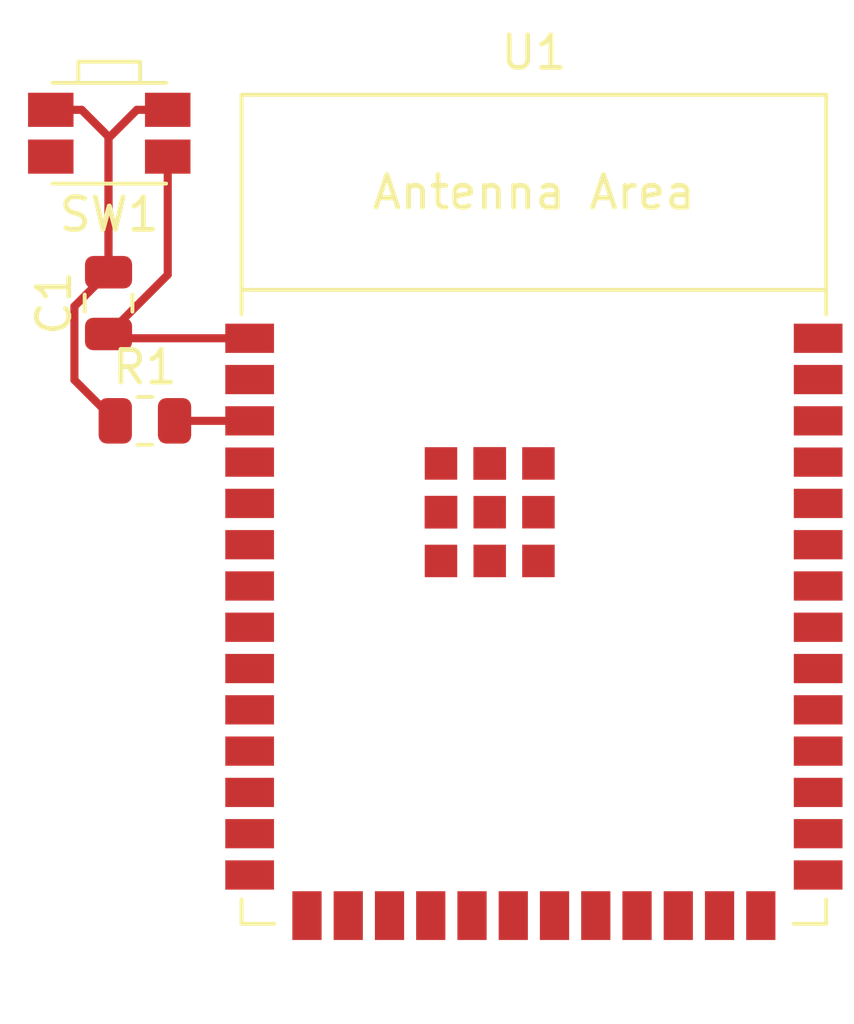
<source format=kicad_pcb>
(kicad_pcb (version 20221018) (generator pcbnew)
  (layers (0 "F.Cu" signal) (31 "B.Cu" signal) (34 "B.Paste" user) (35 "F.Paste" user) (36 "B.SilkS" user "B.Silkscreen") (37 "F.SilkS" user "F.Silkscreen") (38 "B.Mask" user) (39 "F.Mask" user) (44 "Edge.Cuts" user))
  (net 0 "")
  (net 1 "GND")
  (net 2 "Net-(C1-Pad2)")
  (net 3 "EN")
  (net 4 "3v3")
  (footprint "Capacitor_SMD:C_0805_2012Metric" (layer "F.Cu") (at 113.538 70.292 90)
    (fp_text reference "C1" (at 0 -1.68 90) (layer "F.SilkS"))
    (fp_text value "C")
    (fp_line (start -0.261252 -0.735) (end 0.261252 -0.735) (stroke (width 0.12)) (layer "F.SilkS"))
    (fp_line (start -0.261252 0.735) (end 0.261252 0.735) (stroke (width 0.12)) (layer "F.SilkS"))
    (pad "1" smd roundrect (at -0.95 0 90) (size 1 1.45) (layers "F.Cu" "F.Paste" "F.Mask") (net 1 "GND"))
    (pad "2" smd roundrect (at 0.95 0 90) (size 1 1.45) (layers "F.Cu" "F.Paste" "F.Mask") (net 2 "Net-(C1-Pad2)"))
  )
  (footprint "Resistor_SMD:R_0805_2012Metric" (layer "F.Cu") (at 114.6575 73.914)
    (fp_text reference "R1" (at 0 -1.65) (layer "F.SilkS"))
    (fp_text value "R")
    (fp_line (start -0.227064 -0.735) (end 0.227064 -0.735) (stroke (width 0.12)) (layer "F.SilkS"))
    (fp_line (start -0.227064 0.735) (end 0.227064 0.735) (stroke (width 0.12)) (layer "F.SilkS"))
    (pad "1" smd roundrect (at -0.9125 0) (size 1.025 1.4) (layers "F.Cu" "F.Paste" "F.Mask") (roundrect_rratio 0.243902) (net 2 "Net-(C1-Pad2)"))
    (pad "2" smd roundrect (at 0.9125 0) (size 1.025 1.4) (layers "F.Cu" "F.Paste" "F.Mask") (roundrect_rratio 0.243902) (net 3 "EN"))
  )
  (footprint "Button_Switch_SMD:SW_SPST_EVQP7A" (layer "F.Cu") (at 113.56 65.066 180)
    (fp_text reference "SW1" (at 0 -2.5) (layer "F.SilkS"))
    (fp_text value "SW_Push")
    (fp_line (start -1.75 -1.55) (end 1.75 -1.55) (stroke (width 0.12)) (layer "F.SilkS"))
    (fp_line (start -0.95 2.2) (end -0.95 1.55) (stroke (width 0.12)) (layer "F.SilkS"))
    (fp_line (start 0.95 1.55) (end 0.95 2.2) (stroke (width 0.12)) (layer "F.SilkS"))
    (fp_line (start 0.95 2.2) (end -0.95 2.2) (stroke (width 0.12)) (layer "F.SilkS"))
    (fp_line (start 1.75 1.55) (end -1.75 1.55) (stroke (width 0.12)) (layer "F.SilkS"))
    (pad "1" smd rect (at -1.8 -0.72 180) (size 1.4 1.05) (layers "F.Cu" "F.Paste" "F.Mask") (net 1 "GND"))
    (pad "1" smd rect (at 1.8 -0.72 180) (size 1.4 1.05) (layers "F.Cu" "F.Paste" "F.Mask") (net 1 "GND"))
    (pad "2" smd rect (at -1.8 0.72 180) (size 1.4 1.05) (layers "F.Cu" "F.Paste" "F.Mask") (net 2 "Net-(C1-Pad2)"))
    (pad "2" smd rect (at 1.8 0.72 180) (size 1.4 1.05) (layers "F.Cu" "F.Paste" "F.Mask") (net 2 "Net-(C1-Pad2)"))
  )
  (footprint "PCM_Espressif:ESP32-S3-WROOM-2" (layer "F.Cu") (at 126.632 79.634)
    (fp_text reference "U1" (at 0 -17.05) (layer "F.SilkS"))
    (fp_text value "ESP32-S3-WROOM-2")
    (fp_text user "Antenna Area" (at 0 -12.75) (layer "F.SilkS"))
    (fp_line (start -9 -15.75) (end -9 -9) (stroke (width 0.12)) (layer "F.SilkS"))
    (fp_line (start -9 -15.75) (end 9 -15.75) (stroke (width 0.12)) (layer "F.SilkS"))
    (fp_line (start -9 9) (end -9 9.75) (stroke (width 0.12)) (layer "F.SilkS"))
    (fp_line (start -9 9.75) (end -8 9.75) (stroke (width 0.12)) (layer "F.SilkS"))
    (fp_line (start 9 -15.75) (end 9 -9) (stroke (width 0.12)) (layer "F.SilkS"))
    (fp_line (start 9 -9.75) (end -9 -9.75) (stroke (width 0.12)) (layer "F.SilkS"))
    (fp_line (start 9 9) (end 9 9.75) (stroke (width 0.12)) (layer "F.SilkS"))
    (fp_line (start 9 9.75) (end 8 9.75) (stroke (width 0.12)) (layer "F.SilkS"))
    (pad "1" smd rect (at -8.75 -8.26) (size 1.5 0.9) (layers "F.Cu" "F.Paste" "F.Mask") (net 1 "GND"))
    (pad "2" smd rect (at -8.75 -6.99) (size 1.5 0.9) (layers "F.Cu" "F.Paste" "F.Mask") (net 4 "3v3"))
    (pad "3" smd rect (at -8.75 -5.72) (size 1.5 0.9) (layers "F.Cu" "F.Paste" "F.Mask") (net 3 "EN"))
    (pad "4" smd rect (at -8.75 -4.45) (size 1.5 0.9) (layers "F.Cu" "F.Paste" "F.Mask"))
    (pad "5" smd rect (at -8.75 -3.18) (size 1.5 0.9) (layers "F.Cu" "F.Paste" "F.Mask"))
    (pad "6" smd rect (at -8.75 -1.91) (size 1.5 0.9) (layers "F.Cu" "F.Paste" "F.Mask"))
    (pad "7" smd rect (at -8.75 -0.64) (size 1.5 0.9) (layers "F.Cu" "F.Paste" "F.Mask"))
    (pad "8" smd rect (at -8.75 0.63) (size 1.5 0.9) (layers "F.Cu" "F.Paste" "F.Mask"))
    (pad "9" smd rect (at -8.75 1.9) (size 1.5 0.9) (layers "F.Cu" "F.Paste" "F.Mask"))
    (pad "10" smd rect (at -8.75 3.17) (size 1.5 0.9) (layers "F.Cu" "F.Paste" "F.Mask"))
    (pad "11" smd rect (at -8.75 4.44) (size 1.5 0.9) (layers "F.Cu" "F.Paste" "F.Mask"))
    (pad "12" smd rect (at -8.75 5.71) (size 1.5 0.9) (layers "F.Cu" "F.Paste" "F.Mask"))
    (pad "13" smd rect (at -8.75 6.98) (size 1.5 0.9) (layers "F.Cu" "F.Paste" "F.Mask"))
    (pad "14" smd rect (at -8.75 8.25) (size 1.5 0.9) (layers "F.Cu" "F.Paste" "F.Mask"))
    (pad "15" smd rect (at -6.985 9.5 90) (size 1.5 0.9) (layers "F.Cu" "F.Paste" "F.Mask"))
    (pad "16" smd rect (at -5.715 9.5 90) (size 1.5 0.9) (layers "F.Cu" "F.Paste" "F.Mask"))
    (pad "17" smd rect (at -4.445 9.5 90) (size 1.5 0.9) (layers "F.Cu" "F.Paste" "F.Mask"))
    (pad "18" smd rect (at -3.175 9.5 90) (size 1.5 0.9) (layers "F.Cu" "F.Paste" "F.Mask"))
    (pad "19" smd rect (at -1.905 9.5 90) (size 1.5 0.9) (layers "F.Cu" "F.Paste" "F.Mask"))
    (pad "20" smd rect (at -0.635 9.5 90) (size 1.5 0.9) (layers "F.Cu" "F.Paste" "F.Mask"))
    (pad "21" smd rect (at 0.635 9.5 90) (size 1.5 0.9) (layers "F.Cu" "F.Paste" "F.Mask"))
    (pad "22" smd rect (at 1.905 9.5 90) (size 1.5 0.9) (layers "F.Cu" "F.Paste" "F.Mask"))
    (pad "23" smd rect (at 3.175 9.5 90) (size 1.5 0.9) (layers "F.Cu" "F.Paste" "F.Mask"))
    (pad "24" smd rect (at 4.445 9.5 90) (size 1.5 0.9) (layers "F.Cu" "F.Paste" "F.Mask"))
    (pad "25" smd rect (at 5.715 9.5 90) (size 1.5 0.9) (layers "F.Cu" "F.Paste" "F.Mask"))
    (pad "26" smd rect (at 6.985 9.5 90) (size 1.5 0.9) (layers "F.Cu" "F.Paste" "F.Mask"))
    (pad "27" smd rect (at 8.75 8.25 180) (size 1.5 0.9) (layers "F.Cu" "F.Paste" "F.Mask"))
    (pad "28" smd rect (at 8.75 6.98 180) (size 1.5 0.9) (layers "F.Cu" "F.Paste" "F.Mask"))
    (pad "29" smd rect (at 8.75 5.71 180) (size 1.5 0.9) (layers "F.Cu" "F.Paste" "F.Mask"))
    (pad "30" smd rect (at 8.75 4.44 180) (size 1.5 0.9) (layers "F.Cu" "F.Paste" "F.Mask"))
    (pad "31" smd rect (at 8.75 3.17 180) (size 1.5 0.9) (layers "F.Cu" "F.Paste" "F.Mask"))
    (pad "32" smd rect (at 8.75 1.9 180) (size 1.5 0.9) (layers "F.Cu" "F.Paste" "F.Mask"))
    (pad "33" smd rect (at 8.75 0.63 180) (size 1.5 0.9) (layers "F.Cu" "F.Paste" "F.Mask"))
    (pad "34" smd rect (at 8.75 -0.64 180) (size 1.5 0.9) (layers "F.Cu" "F.Paste" "F.Mask"))
    (pad "35" smd rect (at 8.75 -1.91 180) (size 1.5 0.9) (layers "F.Cu" "F.Paste" "F.Mask"))
    (pad "36" smd rect (at 8.75 -3.18 180) (size 1.5 0.9) (layers "F.Cu" "F.Paste" "F.Mask"))
    (pad "37" smd rect (at 8.75 -4.45 180) (size 1.5 0.9) (layers "F.Cu" "F.Paste" "F.Mask"))
    (pad "38" smd rect (at 8.75 -5.72 180) (size 1.5 0.9) (layers "F.Cu" "F.Paste" "F.Mask"))
    (pad "39" smd rect (at 8.75 -6.99 180) (size 1.5 0.9) (layers "F.Cu" "F.Paste" "F.Mask"))
    (pad "40" smd rect (at 8.75 -8.26 180) (size 1.5 0.9) (layers "F.Cu" "F.Paste" "F.Mask") (net 1 "GND"))
    (pad "41" smd rect (at -2.86 -4.41 180) (size 1 1) (layers "F.Cu" "F.Paste" "F.Mask") (net 1 "GND"))
    (pad "41" smd rect (at -2.86 -2.91 180) (size 1 1) (layers "F.Cu" "F.Paste" "F.Mask") (net 1 "GND"))
    (pad "41" smd rect (at -2.86 -2.91 180) (size 1 1) (layers "F.Cu" "F.Paste" "F.Mask") (net 1 "GND"))
    (pad "41" smd rect (at -2.86 -1.41 180) (size 1 1) (layers "F.Cu" "F.Paste" "F.Mask") (net 1 "GND"))
    (pad "41" smd rect (at -1.36 -4.41 180) (size 1 1) (layers "F.Cu" "F.Paste" "F.Mask") (net 1 "GND"))
    (pad "41" smd rect (at -1.36 -4.41 180) (size 1 1) (layers "F.Cu" "F.Paste" "F.Mask") (net 1 "GND"))
    (pad "41" smd rect (at -1.36 -2.91 180) (size 1 1) (layers "F.Cu" "F.Paste" "F.Mask") (net 1 "GND"))
    (pad "41" smd rect (at -1.36 -1.41 180) (size 1 1) (layers "F.Cu" "F.Paste" "F.Mask") (net 1 "GND"))
    (pad "41" smd rect (at 0.14 -4.41 180) (size 1 1) (layers "F.Cu" "F.Paste" "F.Mask") (net 1 "GND"))
    (pad "41" smd rect (at 0.14 -2.91 180) (size 1 1) (layers "F.Cu" "F.Paste" "F.Mask") (net 1 "GND"))
    (pad "41" smd rect (at 0.14 -1.41 180) (size 1 1) (layers "F.Cu" "F.Paste" "F.Mask") (net 1 "GND"))
  )
  (segment (start 115.67 66.096) (end 115.36 65.786) (width 0.25) (layer "F.Cu") (net 1))
  (segment (start 113.538 71.242) (end 115.36 69.42) (width 0.25) (layer "F.Cu") (net 1))
  (segment (start 115.36 69.42) (end 115.36 65.786) (width 0.25) (layer "F.Cu") (net 1))
  (segment (start 113.538 71.242) (end 113.67 71.374) (width 0.25) (layer "F.Cu") (net 1))
  (segment (start 113.67 71.374) (end 117.882 71.374) (width 0.25) (layer "F.Cu") (net 1))
  (segment (start 112.488 70.392) (end 113.538 69.342) (width 0.25) (layer "F.Cu") (net 2))
  (segment (start 113.538 65.218) (end 114.41 64.346) (width 0.25) (layer "F.Cu") (net 2))
  (segment (start 112.488 72.657) (end 112.488 70.392) (width 0.25) (layer "F.Cu") (net 2))
  (segment (start 113.538 65.174) (end 112.71 64.346) (width 0.25) (layer "F.Cu") (net 2))
  (segment (start 112.71 64.346) (end 111.76 64.346) (width 0.25) (layer "F.Cu") (net 2))
  (segment (start 113.538 69.342) (end 113.538 65.218) (width 0.25) (layer "F.Cu") (net 2))
  (segment (start 114.41 64.346) (end 115.36 64.346) (width 0.25) (layer "F.Cu") (net 2))
  (segment (start 113.538 69.342) (end 113.538 65.174) (width 0.25) (layer "F.Cu") (net 2))
  (segment (start 113.745 73.914) (end 112.488 72.657) (width 0.25) (layer "F.Cu") (net 2))
  (segment (start 115.57 73.914) (end 117.882 73.914) (width 0.25) (layer "F.Cu") (net 3))
)
</source>
